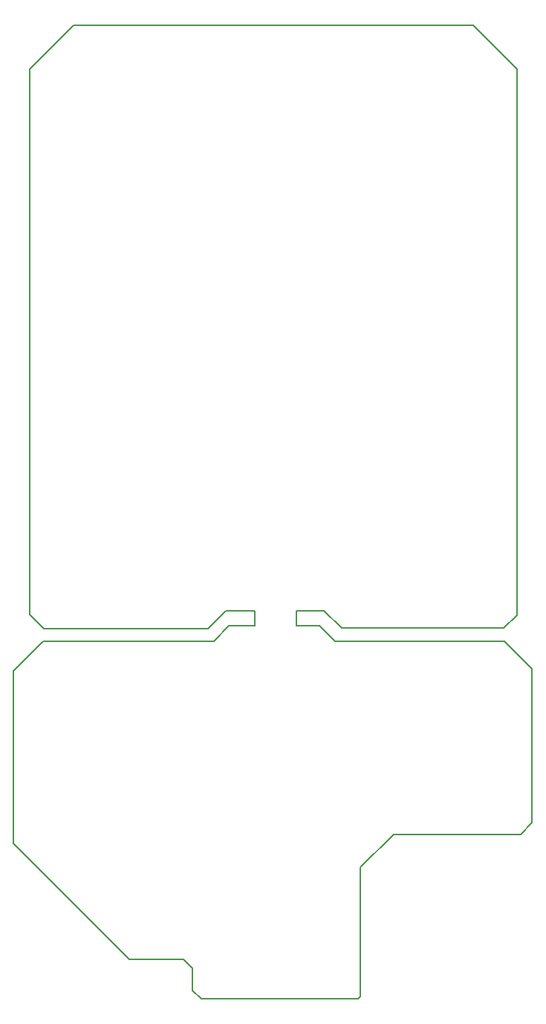
<source format=gbr>
%TF.GenerationSoftware,KiCad,Pcbnew,7.0.11-7.0.11~ubuntu22.04.1*%
%TF.CreationDate,2024-12-17T10:18:29+00:00*%
%TF.ProjectId,slo-tht,736c6f2d-7468-4742-9e6b-696361645f70,rev?*%
%TF.SameCoordinates,Original*%
%TF.FileFunction,Profile,NP*%
%FSLAX46Y46*%
G04 Gerber Fmt 4.6, Leading zero omitted, Abs format (unit mm)*
G04 Created by KiCad (PCBNEW 7.0.11-7.0.11~ubuntu22.04.1) date 2024-12-17 10:18:29*
%MOMM*%
%LPD*%
G01*
G04 APERTURE LIST*
%TA.AperFunction,Profile*%
%ADD10C,0.150000*%
%TD*%
G04 APERTURE END LIST*
D10*
X133516000Y-161959400D02*
X134506600Y-162950000D01*
X133516000Y-159444800D02*
X133516000Y-161959400D01*
X132500000Y-158428800D02*
X133516000Y-159444800D01*
X115000000Y-119182200D02*
X115000000Y-108250000D01*
X116574000Y-120756200D02*
X115000000Y-119182200D01*
X135293800Y-120756200D02*
X116574000Y-120756200D01*
X137350000Y-118700000D02*
X135293800Y-120756200D01*
X126321400Y-158428800D02*
X132500000Y-158428800D01*
X113138800Y-145246200D02*
X126321400Y-158428800D01*
X113138800Y-125561200D02*
X113138800Y-145246200D01*
X116500000Y-122200000D02*
X113138800Y-125561200D01*
X169092400Y-122208400D02*
X169000000Y-122208400D01*
X169194000Y-122310000D02*
X169092400Y-122208400D01*
X172242000Y-125358000D02*
X169194000Y-122310000D01*
X172242000Y-125866000D02*
X172242000Y-125358000D01*
X172242000Y-142884000D02*
X172242000Y-125866000D01*
X170930000Y-144196000D02*
X172242000Y-142884000D01*
X156452000Y-144196000D02*
X170930000Y-144196000D01*
X152684000Y-147964000D02*
X156452000Y-144196000D01*
X152684000Y-162654000D02*
X152684000Y-147964000D01*
X152388000Y-162950000D02*
X152684000Y-162654000D01*
X152134000Y-162950000D02*
X152388000Y-162950000D01*
X134500000Y-162950000D02*
X152134000Y-162950000D01*
X148750000Y-52000000D02*
X136750000Y-52000000D01*
X170500000Y-108250000D02*
X170500000Y-119200000D01*
X145400000Y-118700000D02*
X148500000Y-118700000D01*
X137700000Y-120450000D02*
X140600000Y-120450000D01*
X145400000Y-120450000D02*
X148000000Y-120450000D01*
X115000000Y-57000000D02*
X115000000Y-108250000D01*
X149750000Y-122200000D02*
X164750000Y-122200000D01*
X148500000Y-118700000D02*
X150500000Y-120700000D01*
X165500000Y-52000000D02*
X170500000Y-57000000D01*
X169000000Y-120700000D02*
X170500000Y-119200000D01*
X140600000Y-118700000D02*
X140600000Y-120450000D01*
X115000000Y-57000000D02*
X120000000Y-52000000D01*
X170500000Y-85000000D02*
X170500000Y-57000000D01*
X136750000Y-52000000D02*
X120000000Y-52000000D01*
X135950000Y-122200000D02*
X117000000Y-122200000D01*
X137700000Y-120450000D02*
X135950000Y-122200000D01*
X170500000Y-108250000D02*
X170500000Y-85000000D01*
X148750000Y-52000000D02*
X165500000Y-52000000D01*
X145400000Y-118700000D02*
X145400000Y-120450000D01*
X169000000Y-122200000D02*
X164750000Y-122200000D01*
X148000000Y-120450000D02*
X149750000Y-122200000D01*
X137350000Y-118700000D02*
X140600000Y-118700000D01*
X150500000Y-120700000D02*
X169000000Y-120700000D01*
X117000000Y-122200000D02*
X116500000Y-122200000D01*
M02*

</source>
